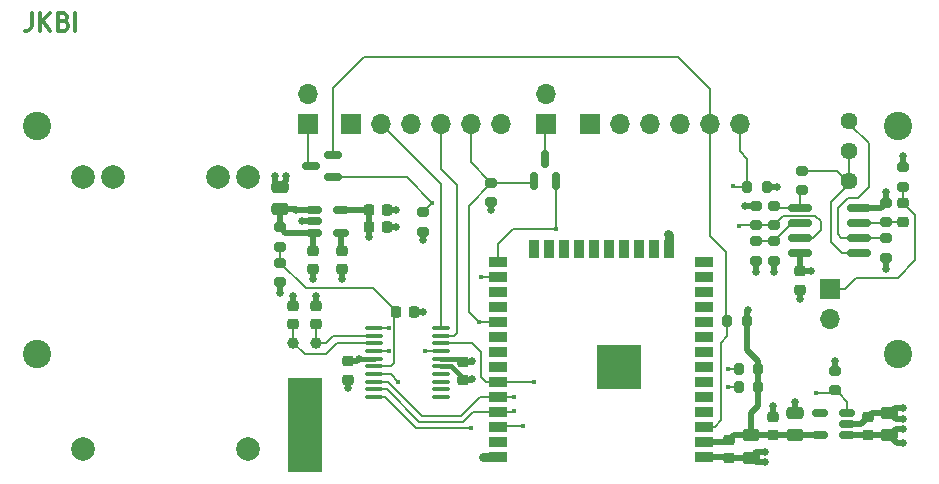
<source format=gbr>
%TF.GenerationSoftware,KiCad,Pcbnew,7.0.10*%
%TF.CreationDate,2024-02-02T07:47:17+01:00*%
%TF.ProjectId,stm32_esp32_pcb,73746d33-325f-4657-9370-33325f706362,rev?*%
%TF.SameCoordinates,Original*%
%TF.FileFunction,Copper,L1,Top*%
%TF.FilePolarity,Positive*%
%FSLAX46Y46*%
G04 Gerber Fmt 4.6, Leading zero omitted, Abs format (unit mm)*
G04 Created by KiCad (PCBNEW 7.0.10) date 2024-02-02 07:47:17*
%MOMM*%
%LPD*%
G01*
G04 APERTURE LIST*
G04 Aperture macros list*
%AMRoundRect*
0 Rectangle with rounded corners*
0 $1 Rounding radius*
0 $2 $3 $4 $5 $6 $7 $8 $9 X,Y pos of 4 corners*
0 Add a 4 corners polygon primitive as box body*
4,1,4,$2,$3,$4,$5,$6,$7,$8,$9,$2,$3,0*
0 Add four circle primitives for the rounded corners*
1,1,$1+$1,$2,$3*
1,1,$1+$1,$4,$5*
1,1,$1+$1,$6,$7*
1,1,$1+$1,$8,$9*
0 Add four rect primitives between the rounded corners*
20,1,$1+$1,$2,$3,$4,$5,0*
20,1,$1+$1,$4,$5,$6,$7,0*
20,1,$1+$1,$6,$7,$8,$9,0*
20,1,$1+$1,$8,$9,$2,$3,0*%
G04 Aperture macros list end*
%ADD10C,0.300000*%
%TA.AperFunction,NonConductor*%
%ADD11C,0.300000*%
%TD*%
%TA.AperFunction,SMDPad,CuDef*%
%ADD12R,1.500000X0.900000*%
%TD*%
%TA.AperFunction,SMDPad,CuDef*%
%ADD13R,0.900000X1.500000*%
%TD*%
%TA.AperFunction,SMDPad,CuDef*%
%ADD14R,0.900000X0.900000*%
%TD*%
%TA.AperFunction,HeatsinkPad*%
%ADD15C,0.600000*%
%TD*%
%TA.AperFunction,SMDPad,CuDef*%
%ADD16R,3.800000X3.800000*%
%TD*%
%TA.AperFunction,SMDPad,CuDef*%
%ADD17RoundRect,0.200000X-0.275000X0.200000X-0.275000X-0.200000X0.275000X-0.200000X0.275000X0.200000X0*%
%TD*%
%TA.AperFunction,SMDPad,CuDef*%
%ADD18RoundRect,0.200000X0.275000X-0.200000X0.275000X0.200000X-0.275000X0.200000X-0.275000X-0.200000X0*%
%TD*%
%TA.AperFunction,SMDPad,CuDef*%
%ADD19RoundRect,0.225000X-0.250000X0.225000X-0.250000X-0.225000X0.250000X-0.225000X0.250000X0.225000X0*%
%TD*%
%TA.AperFunction,SMDPad,CuDef*%
%ADD20RoundRect,0.150000X0.150000X-0.587500X0.150000X0.587500X-0.150000X0.587500X-0.150000X-0.587500X0*%
%TD*%
%TA.AperFunction,SMDPad,CuDef*%
%ADD21RoundRect,0.225000X-0.225000X-0.250000X0.225000X-0.250000X0.225000X0.250000X-0.225000X0.250000X0*%
%TD*%
%TA.AperFunction,SMDPad,CuDef*%
%ADD22RoundRect,0.250000X0.475000X-0.250000X0.475000X0.250000X-0.475000X0.250000X-0.475000X-0.250000X0*%
%TD*%
%TA.AperFunction,ComponentPad*%
%ADD23R,1.700000X1.700000*%
%TD*%
%TA.AperFunction,ComponentPad*%
%ADD24O,1.700000X1.700000*%
%TD*%
%TA.AperFunction,SMDPad,CuDef*%
%ADD25RoundRect,0.200000X0.200000X0.275000X-0.200000X0.275000X-0.200000X-0.275000X0.200000X-0.275000X0*%
%TD*%
%TA.AperFunction,SMDPad,CuDef*%
%ADD26RoundRect,0.150000X0.512500X0.150000X-0.512500X0.150000X-0.512500X-0.150000X0.512500X-0.150000X0*%
%TD*%
%TA.AperFunction,ComponentPad*%
%ADD27C,1.440000*%
%TD*%
%TA.AperFunction,SMDPad,CuDef*%
%ADD28RoundRect,0.150000X-0.512500X-0.150000X0.512500X-0.150000X0.512500X0.150000X-0.512500X0.150000X0*%
%TD*%
%TA.AperFunction,SMDPad,CuDef*%
%ADD29RoundRect,0.225000X0.250000X-0.225000X0.250000X0.225000X-0.250000X0.225000X-0.250000X-0.225000X0*%
%TD*%
%TA.AperFunction,SMDPad,CuDef*%
%ADD30RoundRect,0.150000X0.587500X0.150000X-0.587500X0.150000X-0.587500X-0.150000X0.587500X-0.150000X0*%
%TD*%
%TA.AperFunction,SMDPad,CuDef*%
%ADD31RoundRect,0.250000X-0.475000X0.250000X-0.475000X-0.250000X0.475000X-0.250000X0.475000X0.250000X0*%
%TD*%
%TA.AperFunction,ComponentPad*%
%ADD32C,2.000000*%
%TD*%
%TA.AperFunction,ComponentPad*%
%ADD33C,1.000000*%
%TD*%
%TA.AperFunction,SMDPad,CuDef*%
%ADD34R,3.000000X8.000000*%
%TD*%
%TA.AperFunction,SMDPad,CuDef*%
%ADD35RoundRect,0.100000X-0.637500X-0.100000X0.637500X-0.100000X0.637500X0.100000X-0.637500X0.100000X0*%
%TD*%
%TA.AperFunction,SMDPad,CuDef*%
%ADD36RoundRect,0.150000X0.825000X0.150000X-0.825000X0.150000X-0.825000X-0.150000X0.825000X-0.150000X0*%
%TD*%
%TA.AperFunction,ComponentPad*%
%ADD37C,2.400000*%
%TD*%
%TA.AperFunction,ViaPad*%
%ADD38C,0.450000*%
%TD*%
%TA.AperFunction,ViaPad*%
%ADD39C,0.650000*%
%TD*%
%TA.AperFunction,Conductor*%
%ADD40C,0.200000*%
%TD*%
%TA.AperFunction,Conductor*%
%ADD41C,0.500000*%
%TD*%
%TA.AperFunction,Conductor*%
%ADD42C,0.400000*%
%TD*%
%TA.AperFunction,Conductor*%
%ADD43C,0.750000*%
%TD*%
G04 APERTURE END LIST*
D10*
D11*
X131683082Y-50100828D02*
X131683082Y-51172257D01*
X131683082Y-51172257D02*
X131611653Y-51386542D01*
X131611653Y-51386542D02*
X131468796Y-51529400D01*
X131468796Y-51529400D02*
X131254510Y-51600828D01*
X131254510Y-51600828D02*
X131111653Y-51600828D01*
X132397367Y-51600828D02*
X132397367Y-50100828D01*
X133254510Y-51600828D02*
X132611653Y-50743685D01*
X133254510Y-50100828D02*
X132397367Y-50957971D01*
X134397367Y-50815114D02*
X134611653Y-50886542D01*
X134611653Y-50886542D02*
X134683082Y-50957971D01*
X134683082Y-50957971D02*
X134754510Y-51100828D01*
X134754510Y-51100828D02*
X134754510Y-51315114D01*
X134754510Y-51315114D02*
X134683082Y-51457971D01*
X134683082Y-51457971D02*
X134611653Y-51529400D01*
X134611653Y-51529400D02*
X134468796Y-51600828D01*
X134468796Y-51600828D02*
X133897367Y-51600828D01*
X133897367Y-51600828D02*
X133897367Y-50100828D01*
X133897367Y-50100828D02*
X134397367Y-50100828D01*
X134397367Y-50100828D02*
X134540225Y-50172257D01*
X134540225Y-50172257D02*
X134611653Y-50243685D01*
X134611653Y-50243685D02*
X134683082Y-50386542D01*
X134683082Y-50386542D02*
X134683082Y-50529400D01*
X134683082Y-50529400D02*
X134611653Y-50672257D01*
X134611653Y-50672257D02*
X134540225Y-50743685D01*
X134540225Y-50743685D02*
X134397367Y-50815114D01*
X134397367Y-50815114D02*
X133897367Y-50815114D01*
X135397367Y-51600828D02*
X135397367Y-50100828D01*
D12*
%TO.P,U4,1,GND*%
%TO.N,GND*%
X188650000Y-87665000D03*
%TO.P,U4,2,VDD*%
%TO.N,+3.3VDAC*%
X188650000Y-86395000D03*
%TO.P,U4,3,EN*%
%TO.N,/EN*%
X188650000Y-85125000D03*
%TO.P,U4,4,SENSOR_VP*%
%TO.N,unconnected-(U4-SENSOR_VP-Pad4)*%
X188650000Y-83855000D03*
%TO.P,U4,5,SENSOR_VN*%
%TO.N,unconnected-(U4-SENSOR_VN-Pad5)*%
X188650000Y-82585000D03*
%TO.P,U4,6,IO34*%
%TO.N,unconnected-(U4-IO34-Pad6)*%
X188650000Y-81315000D03*
%TO.P,U4,7,IO35*%
%TO.N,unconnected-(U4-IO35-Pad7)*%
X188650000Y-80045000D03*
%TO.P,U4,8,IO32*%
%TO.N,unconnected-(U4-IO32-Pad8)*%
X188650000Y-78775000D03*
%TO.P,U4,9,IO33*%
%TO.N,unconnected-(U4-IO33-Pad9)*%
X188650000Y-77505000D03*
%TO.P,U4,10,IO25*%
%TO.N,unconnected-(U4-IO25-Pad10)*%
X188650000Y-76235000D03*
%TO.P,U4,11,IO26*%
%TO.N,unconnected-(U4-IO26-Pad11)*%
X188650000Y-74965000D03*
%TO.P,U4,12,IO27*%
%TO.N,unconnected-(U4-IO27-Pad12)*%
X188650000Y-73695000D03*
%TO.P,U4,13,IO14*%
%TO.N,unconnected-(U4-IO14-Pad13)*%
X188650000Y-72425000D03*
%TO.P,U4,14,IO12*%
%TO.N,unconnected-(U4-IO12-Pad14)*%
X188650000Y-71155000D03*
D13*
%TO.P,U4,15,GND*%
%TO.N,GND*%
X185615000Y-70060000D03*
%TO.P,U4,16,IO13*%
%TO.N,unconnected-(U4-IO13-Pad16)*%
X184345000Y-70060000D03*
%TO.P,U4,17,SHD/SD2*%
%TO.N,unconnected-(U4-SHD{slash}SD2-Pad17)*%
X183075000Y-70060000D03*
%TO.P,U4,18,SWP/SD3*%
%TO.N,unconnected-(U4-SWP{slash}SD3-Pad18)*%
X181805000Y-70060000D03*
%TO.P,U4,19,SCS/CMD*%
%TO.N,unconnected-(U4-SCS{slash}CMD-Pad19)*%
X180535000Y-70060000D03*
%TO.P,U4,20,SCK/CLK*%
%TO.N,unconnected-(U4-SCK{slash}CLK-Pad20)*%
X179265000Y-70060000D03*
%TO.P,U4,21,SDO/SD0*%
%TO.N,unconnected-(U4-SDO{slash}SD0-Pad21)*%
X177995000Y-70060000D03*
%TO.P,U4,22,SDI/SD1*%
%TO.N,unconnected-(U4-SDI{slash}SD1-Pad22)*%
X176725000Y-70060000D03*
%TO.P,U4,23,IO15*%
%TO.N,unconnected-(U4-IO15-Pad23)*%
X175455000Y-70060000D03*
%TO.P,U4,24,IO2*%
%TO.N,unconnected-(U4-IO2-Pad24)*%
X174185000Y-70060000D03*
D12*
%TO.P,U4,25,IO0*%
%TO.N,/IO00*%
X171150000Y-71155000D03*
%TO.P,U4,26,IO4*%
%TO.N,/BOOT0*%
X171150000Y-72425000D03*
%TO.P,U4,27,IO16*%
%TO.N,unconnected-(U4-IO16-Pad27)*%
X171150000Y-73695000D03*
%TO.P,U4,28,IO17*%
%TO.N,unconnected-(U4-IO17-Pad28)*%
X171150000Y-74965000D03*
%TO.P,U4,29,IO5*%
%TO.N,/NRST*%
X171150000Y-76235000D03*
%TO.P,U4,30,IO18*%
%TO.N,unconnected-(U4-IO18-Pad30)*%
X171150000Y-77505000D03*
%TO.P,U4,31,IO19*%
%TO.N,unconnected-(U4-IO19-Pad31)*%
X171150000Y-78775000D03*
%TO.P,U4,32,NC*%
%TO.N,unconnected-(U4-NC-Pad32)*%
X171150000Y-80045000D03*
%TO.P,U4,33,IO21*%
%TO.N,/SDA*%
X171150000Y-81315000D03*
%TO.P,U4,34,RXD0/IO3*%
%TO.N,/TX*%
X171150000Y-82585000D03*
%TO.P,U4,35,TXD0/IO1*%
%TO.N,/RX*%
X171150000Y-83855000D03*
%TO.P,U4,36,IO22*%
%TO.N,/SCL*%
X171150000Y-85125000D03*
%TO.P,U4,37,IO23*%
%TO.N,unconnected-(U4-IO23-Pad37)*%
X171150000Y-86395000D03*
%TO.P,U4,38,GND*%
%TO.N,GND*%
X171150000Y-87665000D03*
D14*
%TO.P,U4,39,GND*%
X182800000Y-81500000D03*
D15*
X182800000Y-80800000D03*
D14*
X182800000Y-80100000D03*
D15*
X182800000Y-79400000D03*
D14*
X182800000Y-78700000D03*
D15*
X182100000Y-81500000D03*
X182100000Y-80100000D03*
X182100000Y-78700000D03*
D14*
X181400000Y-81500000D03*
D15*
X181400000Y-80800000D03*
D14*
X181400000Y-80100000D03*
D16*
X181400000Y-80100000D03*
D15*
X181400000Y-79400000D03*
D14*
X181400000Y-78700000D03*
D15*
X180700000Y-81500000D03*
X180700000Y-80100000D03*
X180700000Y-78700000D03*
D14*
X180000000Y-81500000D03*
D15*
X180000000Y-80800000D03*
D14*
X180000000Y-80100000D03*
D15*
X180000000Y-79400000D03*
D14*
X180000000Y-78700000D03*
%TD*%
D17*
%TO.P,R2,1*%
%TO.N,+3V3*%
X199700000Y-80375000D03*
%TO.P,R2,2*%
%TO.N,/ESP32_E*%
X199700000Y-82025000D03*
%TD*%
%TO.P,R11,1*%
%TO.N,Net-(U2A--)*%
X204000000Y-69175000D03*
%TO.P,R11,2*%
%TO.N,GND*%
X204000000Y-70825000D03*
%TD*%
D18*
%TO.P,R3,1*%
%TO.N,+3V3*%
X170600000Y-66125000D03*
%TO.P,R3,2*%
%TO.N,/NRST*%
X170600000Y-64475000D03*
%TD*%
D19*
%TO.P,C3,1*%
%TO.N,Net-(U5-BP)*%
X158000000Y-70225000D03*
%TO.P,C3,2*%
%TO.N,GND*%
X158000000Y-71775000D03*
%TD*%
D17*
%TO.P,R13,1*%
%TO.N,Net-(U2B--)*%
X194500000Y-69425000D03*
%TO.P,R13,2*%
%TO.N,GND*%
X194500000Y-71075000D03*
%TD*%
D20*
%TO.P,D1,1*%
%TO.N,/NRST*%
X174200000Y-64300000D03*
%TO.P,D1,2*%
%TO.N,/IO00*%
X176100000Y-64300000D03*
%TO.P,D1,3*%
%TO.N,/ESP32*%
X175150000Y-62425000D03*
%TD*%
D21*
%TO.P,C7,1*%
%TO.N,+3V3*%
X160225000Y-66750000D03*
%TO.P,C7,2*%
%TO.N,GND*%
X161775000Y-66750000D03*
%TD*%
D22*
%TO.P,C12,1*%
%TO.N,VBUS*%
X204300000Y-85850000D03*
%TO.P,C12,2*%
%TO.N,GND*%
X204300000Y-83950000D03*
%TD*%
D17*
%TO.P,R17,1*%
%TO.N,/V_SENS*%
X152700000Y-71225000D03*
%TO.P,R17,2*%
%TO.N,GND*%
X152700000Y-72875000D03*
%TD*%
D19*
%TO.P,C1,1*%
%TO.N,GND*%
X153850000Y-74875000D03*
%TO.P,C1,2*%
%TO.N,/OSC2*%
X153850000Y-76425000D03*
%TD*%
D22*
%TO.P,C4,1*%
%TO.N,VBUS*%
X152750000Y-66700000D03*
%TO.P,C4,2*%
%TO.N,GND*%
X152750000Y-64800000D03*
%TD*%
D18*
%TO.P,R15,1*%
%TO.N,/EMITER*%
X205500000Y-64825000D03*
%TO.P,R15,2*%
%TO.N,GND*%
X205500000Y-63175000D03*
%TD*%
D23*
%TO.P,J1,1,Pin_1*%
%TO.N,+3V3*%
X158710000Y-59500000D03*
D24*
%TO.P,J1,2,Pin_2*%
%TO.N,/SWCLK*%
X161250000Y-59500000D03*
%TO.P,J1,3,Pin_3*%
%TO.N,GND*%
X163790000Y-59500000D03*
%TO.P,J1,4,Pin_4*%
%TO.N,/SWDIO*%
X166330000Y-59500000D03*
%TO.P,J1,5,Pin_5*%
%TO.N,/NRST*%
X168870000Y-59500000D03*
%TO.P,J1,6,Pin_6*%
%TO.N,/SWO*%
X171410000Y-59500000D03*
%TD*%
D21*
%TO.P,C8,1*%
%TO.N,+3V3*%
X160225000Y-68250000D03*
%TO.P,C8,2*%
%TO.N,GND*%
X161775000Y-68250000D03*
%TD*%
D17*
%TO.P,R4,1*%
%TO.N,/BOOT0*%
X164800000Y-66975000D03*
%TO.P,R4,2*%
%TO.N,GND*%
X164800000Y-68625000D03*
%TD*%
D25*
%TO.P,R1,1*%
%TO.N,+3.3VDAC*%
X193925000Y-64800000D03*
%TO.P,R1,2*%
%TO.N,/IO00*%
X192275000Y-64800000D03*
%TD*%
D19*
%TO.P,C11,1*%
%TO.N,+3V3*%
X196750000Y-71975000D03*
%TO.P,C11,2*%
%TO.N,GND*%
X196750000Y-73525000D03*
%TD*%
D23*
%TO.P,J5,1,Pin_1*%
%TO.N,/STM32*%
X155050000Y-59525000D03*
D24*
%TO.P,J5,2,Pin_2*%
%TO.N,GND*%
X155050000Y-56985000D03*
%TD*%
D19*
%TO.P,C9,1*%
%TO.N,+3.3VDAC*%
X190750000Y-86225000D03*
%TO.P,C9,2*%
%TO.N,GND*%
X190750000Y-87775000D03*
%TD*%
D26*
%TO.P,U3,1,VIN*%
%TO.N,VBUS*%
X200737500Y-85825000D03*
%TO.P,U3,2,GND*%
%TO.N,GND*%
X200737500Y-84875000D03*
%TO.P,U3,3,CE*%
%TO.N,/ESP32_E*%
X200737500Y-83925000D03*
%TO.P,U3,4,NC*%
%TO.N,unconnected-(U3-NC-Pad4)*%
X198462500Y-83925000D03*
%TO.P,U3,5,VOUT*%
%TO.N,+3.3VDAC*%
X198462500Y-85825000D03*
%TD*%
D27*
%TO.P,RV1,1,1*%
%TO.N,Net-(U2A--)*%
X200925000Y-59220000D03*
%TO.P,RV1,2,2*%
%TO.N,Net-(R9-Pad1)*%
X200925000Y-61760000D03*
%TO.P,RV1,3,3*%
X200925000Y-64300000D03*
%TD*%
D28*
%TO.P,U5,1,VIN*%
%TO.N,VBUS*%
X155612500Y-66800000D03*
%TO.P,U5,2,GND*%
%TO.N,GND*%
X155612500Y-67750000D03*
%TO.P,U5,3,ON/~{OFF}*%
%TO.N,VBUS*%
X155612500Y-68700000D03*
%TO.P,U5,4,BP*%
%TO.N,Net-(U5-BP)*%
X157887500Y-68700000D03*
%TO.P,U5,5,VOUT*%
%TO.N,+3V3*%
X157887500Y-66800000D03*
%TD*%
D29*
%TO.P,C14,1*%
%TO.N,VBUS*%
X202500000Y-85825000D03*
%TO.P,C14,2*%
%TO.N,GND*%
X202500000Y-84275000D03*
%TD*%
D30*
%TO.P,D2,1*%
%TO.N,/BOOT0*%
X157175000Y-64000000D03*
%TO.P,D2,2*%
%TO.N,/EN*%
X157175000Y-62100000D03*
%TO.P,D2,3*%
%TO.N,/STM32*%
X155300000Y-63050000D03*
%TD*%
D23*
%TO.P,J4,1,Pin_1*%
%TO.N,/ESP32*%
X175200000Y-59475000D03*
D24*
%TO.P,J4,2,Pin_2*%
%TO.N,GND*%
X175200000Y-56935000D03*
%TD*%
D18*
%TO.P,R10,1*%
%TO.N,/PULSE*%
X193000000Y-68075000D03*
%TO.P,R10,2*%
%TO.N,GND*%
X193000000Y-66425000D03*
%TD*%
%TO.P,R12,1*%
%TO.N,Net-(U2A-+)*%
X204000000Y-67825000D03*
%TO.P,R12,2*%
%TO.N,GND*%
X204000000Y-66175000D03*
%TD*%
D31*
%TO.P,C10,1*%
%TO.N,+3.3VDAC*%
X192600000Y-85850000D03*
%TO.P,C10,2*%
%TO.N,GND*%
X192600000Y-87750000D03*
%TD*%
D19*
%TO.P,C5,1*%
%TO.N,VBUS*%
X155500000Y-70225000D03*
%TO.P,C5,2*%
%TO.N,GND*%
X155500000Y-71775000D03*
%TD*%
D25*
%TO.P,R5,1*%
%TO.N,+3.3VDAC*%
X192225000Y-76200000D03*
%TO.P,R5,2*%
%TO.N,/EN*%
X190575000Y-76200000D03*
%TD*%
D22*
%TO.P,C13,1*%
%TO.N,+3.3VDAC*%
X196350000Y-85825000D03*
%TO.P,C13,2*%
%TO.N,GND*%
X196350000Y-83925000D03*
%TD*%
D19*
%TO.P,C16,1*%
%TO.N,/EMITER*%
X205500000Y-66225000D03*
%TO.P,C16,2*%
%TO.N,Net-(U2A-+)*%
X205500000Y-67775000D03*
%TD*%
D23*
%TO.P,J3,1,Pin_1*%
%TO.N,/EMITER*%
X199300000Y-73450000D03*
D24*
%TO.P,J3,2,Pin_2*%
%TO.N,+3V3*%
X199300000Y-75990000D03*
%TD*%
D32*
%TO.P,MOD1,1,+*%
%TO.N,unconnected-(MOD1-+-Pad1)*%
X136000000Y-87000000D03*
%TO.P,MOD1,2,-*%
%TO.N,unconnected-(MOD1---Pad2)*%
X150000000Y-87000000D03*
%TO.P,MOD1,3,OUT+*%
%TO.N,VBUS*%
X136000000Y-64000000D03*
%TO.P,MOD1,4,OUT-*%
%TO.N,GND*%
X150000000Y-64000000D03*
%TO.P,MOD1,5,B+*%
%TO.N,/B+*%
X138540000Y-64000000D03*
%TO.P,MOD1,6,B-*%
%TO.N,/B-*%
X147460000Y-64000000D03*
%TD*%
D33*
%TO.P,Y1,1,1*%
%TO.N,/OSC2*%
X153850000Y-78000000D03*
%TO.P,Y1,2,2*%
%TO.N,/OSC1*%
X155750000Y-78000000D03*
D34*
%TO.P,Y1,3*%
%TO.N,N/C*%
X154800000Y-85000000D03*
%TD*%
D35*
%TO.P,U1,1,BOOT0*%
%TO.N,/BOOT0*%
X160637500Y-76775000D03*
%TO.P,U1,2,PC14*%
%TO.N,/OSC1*%
X160637500Y-77425000D03*
%TO.P,U1,3,PC15*%
%TO.N,/OSC2*%
X160637500Y-78075000D03*
%TO.P,U1,4,NRST*%
%TO.N,/NRST*%
X160637500Y-78725000D03*
%TO.P,U1,5,VDDA*%
%TO.N,+3V3*%
X160637500Y-79375000D03*
%TO.P,U1,6,PA0*%
%TO.N,/V_SENS*%
X160637500Y-80025000D03*
%TO.P,U1,7,PA1*%
%TO.N,/ESP32_E*%
X160637500Y-80675000D03*
%TO.P,U1,8,PA2*%
%TO.N,/TX*%
X160637500Y-81325000D03*
%TO.P,U1,9,PA3*%
%TO.N,/RX*%
X160637500Y-81975000D03*
%TO.P,U1,10,PA4*%
%TO.N,/PULSE*%
X160637500Y-82625000D03*
%TO.P,U1,11,PA5*%
%TO.N,unconnected-(U1-PA5-Pad11)*%
X166362500Y-82625000D03*
%TO.P,U1,12,PA6*%
%TO.N,unconnected-(U1-PA6-Pad12)*%
X166362500Y-81975000D03*
%TO.P,U1,13,PA7*%
%TO.N,unconnected-(U1-PA7-Pad13)*%
X166362500Y-81325000D03*
%TO.P,U1,14,PB1*%
%TO.N,unconnected-(U1-PB1-Pad14)*%
X166362500Y-80675000D03*
%TO.P,U1,15,VSS*%
%TO.N,GND*%
X166362500Y-80025000D03*
%TO.P,U1,16,VDD*%
%TO.N,+3V3*%
X166362500Y-79375000D03*
%TO.P,U1,17,PA9*%
%TO.N,/SCL*%
X166362500Y-78725000D03*
%TO.P,U1,18,PA10*%
%TO.N,/SDA*%
X166362500Y-78075000D03*
%TO.P,U1,19,PA13*%
%TO.N,/SWDIO*%
X166362500Y-77425000D03*
%TO.P,U1,20,PA14*%
%TO.N,/SWCLK*%
X166362500Y-76775000D03*
%TD*%
D36*
%TO.P,U2,1*%
%TO.N,Net-(R9-Pad1)*%
X201725000Y-70405000D03*
%TO.P,U2,2,-*%
%TO.N,Net-(U2A--)*%
X201725000Y-69135000D03*
%TO.P,U2,3,+*%
%TO.N,Net-(U2A-+)*%
X201725000Y-67865000D03*
%TO.P,U2,4,V-*%
%TO.N,GND*%
X201725000Y-66595000D03*
%TO.P,U2,5,+*%
%TO.N,Net-(U2B-+)*%
X196775000Y-66595000D03*
%TO.P,U2,6,-*%
%TO.N,Net-(U2B--)*%
X196775000Y-67865000D03*
%TO.P,U2,7*%
%TO.N,/PULSE*%
X196775000Y-69135000D03*
%TO.P,U2,8,V+*%
%TO.N,+3V3*%
X196775000Y-70405000D03*
%TD*%
D25*
%TO.P,R7,1*%
%TO.N,+3.3VDAC*%
X193200000Y-81750000D03*
%TO.P,R7,2*%
%TO.N,/SCL*%
X191550000Y-81750000D03*
%TD*%
D18*
%TO.P,R14,1*%
%TO.N,+3V3*%
X193000000Y-71075000D03*
%TO.P,R14,2*%
%TO.N,Net-(U2B--)*%
X193000000Y-69425000D03*
%TD*%
D17*
%TO.P,R9,1*%
%TO.N,Net-(R9-Pad1)*%
X196900000Y-63475000D03*
%TO.P,R9,2*%
%TO.N,Net-(U2B-+)*%
X196900000Y-65125000D03*
%TD*%
D21*
%TO.P,C17,1*%
%TO.N,/V_SENS*%
X162525000Y-75400000D03*
%TO.P,C17,2*%
%TO.N,GND*%
X164075000Y-75400000D03*
%TD*%
D29*
%TO.P,C15,1*%
%TO.N,+3.3VDAC*%
X194450000Y-85850000D03*
%TO.P,C15,2*%
%TO.N,GND*%
X194450000Y-84300000D03*
%TD*%
D17*
%TO.P,R16,1*%
%TO.N,VBUS*%
X152700000Y-68225000D03*
%TO.P,R16,2*%
%TO.N,/V_SENS*%
X152700000Y-69875000D03*
%TD*%
D19*
%TO.P,C2,1*%
%TO.N,GND*%
X155750000Y-74875000D03*
%TO.P,C2,2*%
%TO.N,/OSC1*%
X155750000Y-76425000D03*
%TD*%
D23*
%TO.P,J2,1,Pin_1*%
%TO.N,+3.3VDAC*%
X178960000Y-59500000D03*
D24*
%TO.P,J2,2,Pin_2*%
%TO.N,/RX*%
X181500000Y-59500000D03*
%TO.P,J2,3,Pin_3*%
%TO.N,GND*%
X184040000Y-59500000D03*
%TO.P,J2,4,Pin_4*%
%TO.N,/TX*%
X186580000Y-59500000D03*
%TO.P,J2,5,Pin_5*%
%TO.N,/EN*%
X189120000Y-59500000D03*
%TO.P,J2,6,Pin_6*%
%TO.N,/IO00*%
X191660000Y-59500000D03*
%TD*%
D19*
%TO.P,C6,1*%
%TO.N,+3V3*%
X158500000Y-79600000D03*
%TO.P,C6,2*%
%TO.N,GND*%
X158500000Y-81150000D03*
%TD*%
D25*
%TO.P,R6,1*%
%TO.N,+3.3VDAC*%
X193200000Y-80200000D03*
%TO.P,R6,2*%
%TO.N,/SDA*%
X191550000Y-80200000D03*
%TD*%
D29*
%TO.P,C18,1*%
%TO.N,GND*%
X168200000Y-81175000D03*
%TO.P,C18,2*%
%TO.N,+3V3*%
X168200000Y-79625000D03*
%TD*%
D17*
%TO.P,R8,1*%
%TO.N,Net-(U2B-+)*%
X194500000Y-66425000D03*
%TO.P,R8,2*%
%TO.N,/PULSE*%
X194500000Y-68075000D03*
%TD*%
D37*
%TO.P,BT1,1+*%
%TO.N,/B+*%
X132100000Y-79000000D03*
%TO.P,BT1,1-*%
%TO.N,/B-*%
X205000000Y-79000000D03*
%TO.P,BT1,2+*%
%TO.N,/B+*%
X132100000Y-59700000D03*
%TO.P,BT1,2-*%
%TO.N,/B-*%
X205000000Y-59700000D03*
%TD*%
D38*
%TO.N,/ESP32_E*%
X162700000Y-81300000D03*
X198100000Y-82300000D03*
%TO.N,/RX*%
X172500000Y-83800000D03*
%TO.N,/PULSE*%
X191600000Y-68100000D03*
X168850000Y-85200000D03*
%TO.N,/SCL*%
X164950000Y-78700000D03*
X173300000Y-85100000D03*
X190650000Y-81750000D03*
%TO.N,/SDA*%
X174250000Y-81315000D03*
X190650000Y-80200000D03*
%TO.N,/TX*%
X172500000Y-82600000D03*
%TO.N,/BOOT0*%
X169700000Y-72425000D03*
X165600000Y-66150000D03*
X161900000Y-76800000D03*
%TO.N,/NRST*%
X161900000Y-78700000D03*
X169550000Y-76300000D03*
D39*
%TO.N,+3V3*%
X193000000Y-72000000D03*
X197650000Y-71975000D03*
X159400000Y-79400000D03*
X199700000Y-79600000D03*
X169000000Y-79600000D03*
X160225000Y-69075000D03*
X170600000Y-66787500D03*
%TO.N,GND*%
X153850000Y-74025000D03*
X193800000Y-87300000D03*
X162550000Y-68250000D03*
X194450000Y-83400000D03*
X152300000Y-63900000D03*
X153200000Y-63900000D03*
X155500000Y-72600000D03*
X162550000Y-66750000D03*
X204000000Y-71750000D03*
X158000000Y-72600000D03*
X164837500Y-75400000D03*
X155750000Y-74025000D03*
X154600000Y-67750000D03*
X204000000Y-65250000D03*
X196350000Y-83000000D03*
X185600000Y-68850000D03*
X169900000Y-87650000D03*
X158500000Y-81875000D03*
X205500000Y-84500000D03*
X205500000Y-83500000D03*
X192100000Y-66400000D03*
X196750000Y-74350000D03*
X164800000Y-69300000D03*
X152700000Y-73775000D03*
X169000000Y-81100000D03*
X194500000Y-72000000D03*
X205500000Y-62237500D03*
X193750000Y-88150000D03*
D38*
%TO.N,/IO00*%
X191050000Y-64750000D03*
X176100000Y-68400000D03*
D39*
%TO.N,+3.3VDAC*%
X192300000Y-75250000D03*
X194800000Y-64800000D03*
%TO.N,VBUS*%
X205500000Y-86500000D03*
X205500000Y-85300003D03*
X154100000Y-66800000D03*
%TD*%
D40*
%TO.N,/OSC1*%
X160637500Y-77425000D02*
X157225000Y-77425000D01*
X157225000Y-77425000D02*
X156650000Y-78000000D01*
X155750000Y-76425000D02*
X155750000Y-78000000D01*
X156650000Y-78000000D02*
X155750000Y-78000000D01*
%TO.N,/OSC2*%
X156650000Y-79000000D02*
X157575000Y-78075000D01*
X157575000Y-78075000D02*
X160637500Y-78075000D01*
X154850000Y-79000000D02*
X156650000Y-79000000D01*
X153850000Y-78000000D02*
X154850000Y-79000000D01*
X153850000Y-78000000D02*
X153850000Y-76425000D01*
%TO.N,/V_SENS*%
X162375000Y-75175000D02*
X160600000Y-73400000D01*
X154875000Y-73400000D02*
X152700000Y-71225000D01*
X152700000Y-69875000D02*
X152700000Y-71225000D01*
X160600000Y-73400000D02*
X154875000Y-73400000D01*
X160637500Y-80025000D02*
X162075000Y-80025000D01*
X162375000Y-79725000D02*
X162375000Y-75175000D01*
X162075000Y-80025000D02*
X162375000Y-79725000D01*
%TO.N,/ESP32_E*%
X200000000Y-82300000D02*
X198100000Y-82300000D01*
X200737500Y-83037500D02*
X200000000Y-82300000D01*
X200737500Y-83925000D02*
X200737500Y-83037500D01*
X162075000Y-80675000D02*
X162700000Y-81300000D01*
X160637500Y-80675000D02*
X162075000Y-80675000D01*
%TO.N,/RX*%
X169045000Y-83855000D02*
X171150000Y-83855000D01*
X160637500Y-81975000D02*
X161775000Y-81975000D01*
X168200000Y-84700000D02*
X169045000Y-83855000D01*
X172445000Y-83855000D02*
X172500000Y-83800000D01*
X164500000Y-84700000D02*
X168200000Y-84700000D01*
X161775000Y-81975000D02*
X164500000Y-84700000D01*
X171150000Y-83855000D02*
X172445000Y-83855000D01*
%TO.N,/PULSE*%
X193000000Y-68075000D02*
X191625000Y-68075000D01*
X197865000Y-69135000D02*
X196775000Y-69135000D01*
X191625000Y-68075000D02*
X191600000Y-68100000D01*
X198500000Y-67750000D02*
X198500000Y-68500000D01*
X168850000Y-85200000D02*
X164200000Y-85200000D01*
X198000000Y-67250000D02*
X198500000Y-67750000D01*
X161625000Y-82625000D02*
X160637500Y-82625000D01*
X195325000Y-67250000D02*
X198000000Y-67250000D01*
X164200000Y-85200000D02*
X161625000Y-82625000D01*
X194500000Y-68075000D02*
X195325000Y-67250000D01*
X194500000Y-68075000D02*
X193000000Y-68075000D01*
X198500000Y-68500000D02*
X197865000Y-69135000D01*
%TO.N,/SCL*%
X173300000Y-85100000D02*
X171175000Y-85100000D01*
X164950000Y-78700000D02*
X166337500Y-78700000D01*
X166337500Y-78700000D02*
X166362500Y-78725000D01*
X171175000Y-85100000D02*
X171150000Y-85125000D01*
X191550000Y-81750000D02*
X190650000Y-81750000D01*
%TO.N,/SDA*%
X170115000Y-81315000D02*
X171150000Y-81315000D01*
X191550000Y-80200000D02*
X190650000Y-80200000D01*
X168975000Y-78075000D02*
X169700000Y-78800000D01*
X166362500Y-78075000D02*
X168975000Y-78075000D01*
X169700000Y-80900000D02*
X170115000Y-81315000D01*
X174250000Y-81315000D02*
X171150000Y-81315000D01*
X169700000Y-78800000D02*
X169700000Y-80900000D01*
%TO.N,/TX*%
X171150000Y-82585000D02*
X169632500Y-82585000D01*
X171150000Y-82585000D02*
X172485000Y-82585000D01*
X168017500Y-84200000D02*
X164750000Y-84200000D01*
X164750000Y-84200000D02*
X161875000Y-81325000D01*
X169632500Y-82585000D02*
X168017500Y-84200000D01*
X172485000Y-82585000D02*
X172500000Y-82600000D01*
X161875000Y-81325000D02*
X160637500Y-81325000D01*
%TO.N,/BOOT0*%
X161875000Y-76775000D02*
X161900000Y-76800000D01*
X164800000Y-66950000D02*
X165600000Y-66150000D01*
X163450000Y-64000000D02*
X165600000Y-66150000D01*
X164800000Y-66975000D02*
X164800000Y-66950000D01*
X169700000Y-72425000D02*
X171150000Y-72425000D01*
X160637500Y-76775000D02*
X161875000Y-76775000D01*
X157175000Y-64000000D02*
X163450000Y-64000000D01*
%TO.N,/NRST*%
X170600000Y-64525000D02*
X170600000Y-64300000D01*
X169550000Y-76300000D02*
X168700000Y-75450000D01*
X169550000Y-76300000D02*
X169615000Y-76235000D01*
X170425000Y-64300000D02*
X168870000Y-62745000D01*
X170775000Y-64475000D02*
X174025000Y-64475000D01*
X168870000Y-59500000D02*
X168900000Y-59530000D01*
X168700000Y-66425000D02*
X170600000Y-64525000D01*
X169550000Y-76300000D02*
X171515000Y-76300000D01*
X168870000Y-62745000D02*
X168870000Y-59500000D01*
X161875000Y-78725000D02*
X161900000Y-78700000D01*
X170600000Y-64300000D02*
X170425000Y-64300000D01*
X174025000Y-64475000D02*
X174200000Y-64300000D01*
X160637500Y-78725000D02*
X161875000Y-78725000D01*
X168700000Y-75450000D02*
X168700000Y-66425000D01*
X170600000Y-64300000D02*
X170775000Y-64475000D01*
D41*
%TO.N,+3V3*%
X160225000Y-69075000D02*
X160225000Y-68250000D01*
X193000000Y-71075000D02*
X193000000Y-72000000D01*
X159200000Y-79600000D02*
X159400000Y-79400000D01*
X199700000Y-80375000D02*
X199700000Y-79600000D01*
X197650000Y-71975000D02*
X196750000Y-71975000D01*
D42*
X166362500Y-79375000D02*
X167950000Y-79375000D01*
D41*
X159425000Y-79375000D02*
X159400000Y-79400000D01*
X170600000Y-66112500D02*
X170600000Y-66787500D01*
D42*
X168975000Y-79625000D02*
X169000000Y-79600000D01*
D41*
X196775000Y-70405000D02*
X196775000Y-71950000D01*
X157887500Y-66800000D02*
X160175000Y-66800000D01*
X160175000Y-66800000D02*
X160225000Y-66750000D01*
D42*
X167950000Y-79375000D02*
X168200000Y-79625000D01*
D41*
X168200000Y-79625000D02*
X168975000Y-79625000D01*
D42*
X160637500Y-79375000D02*
X159425000Y-79375000D01*
D41*
X160225000Y-66750000D02*
X160225000Y-68250000D01*
X158500000Y-79600000D02*
X159200000Y-79600000D01*
X196775000Y-71950000D02*
X196750000Y-71975000D01*
%TO.N,GND*%
X202500000Y-84275000D02*
X202825000Y-83950000D01*
X193000000Y-88150000D02*
X193750000Y-88150000D01*
X196350000Y-83000000D02*
X196350000Y-83925000D01*
X192600000Y-87750000D02*
X190775000Y-87750000D01*
X190775000Y-87750000D02*
X190750000Y-87775000D01*
X153200000Y-64350000D02*
X152750000Y-64800000D01*
X155500000Y-71775000D02*
X155500000Y-72600000D01*
X204850000Y-84500000D02*
X204300000Y-83950000D01*
D43*
X169915000Y-87665000D02*
X169900000Y-87650000D01*
D41*
X201725000Y-66595000D02*
X203580000Y-66595000D01*
X152300000Y-63900000D02*
X152300000Y-64350000D01*
X153850000Y-74025000D02*
X153850000Y-74850000D01*
D42*
X168200000Y-81000000D02*
X168200000Y-81175000D01*
D41*
X193050000Y-87300000D02*
X192600000Y-87750000D01*
X205500000Y-63162500D02*
X205500000Y-62237500D01*
X201900000Y-84875000D02*
X202500000Y-84275000D01*
X154600000Y-67750000D02*
X155612500Y-67750000D01*
X190640000Y-87665000D02*
X190750000Y-87775000D01*
D43*
X185615000Y-68865000D02*
X185600000Y-68850000D01*
D41*
X192600000Y-87750000D02*
X193000000Y-88150000D01*
X158500000Y-81150000D02*
X158500000Y-81875000D01*
X152300000Y-64350000D02*
X152750000Y-64800000D01*
D42*
X166362500Y-80025000D02*
X167225000Y-80025000D01*
D41*
X204000000Y-70825000D02*
X204000000Y-71750000D01*
D43*
X185615000Y-70060000D02*
X185615000Y-68865000D01*
D41*
X152700000Y-73775000D02*
X152700000Y-72950000D01*
X204750000Y-83500000D02*
X205500000Y-83500000D01*
X193800000Y-87300000D02*
X193050000Y-87300000D01*
X162550000Y-68250000D02*
X161775000Y-68250000D01*
X164162500Y-75400000D02*
X164837500Y-75400000D01*
X200737500Y-84875000D02*
X201900000Y-84875000D01*
X155750000Y-74025000D02*
X155750000Y-74850000D01*
X202825000Y-83950000D02*
X204300000Y-83950000D01*
X196750000Y-74350000D02*
X196750000Y-73525000D01*
X194450000Y-83400000D02*
X194450000Y-84300000D01*
X158000000Y-71775000D02*
X158000000Y-72600000D01*
X162550000Y-66750000D02*
X161775000Y-66750000D01*
X168925000Y-81175000D02*
X169000000Y-81100000D01*
X188650000Y-87665000D02*
X190640000Y-87665000D01*
X193000000Y-66425000D02*
X192100000Y-66400000D01*
X203580000Y-66595000D02*
X204000000Y-66175000D01*
X153200000Y-63900000D02*
X153200000Y-64350000D01*
X204300000Y-83950000D02*
X204750000Y-83500000D01*
X168200000Y-81175000D02*
X168925000Y-81175000D01*
D42*
X167225000Y-80025000D02*
X168200000Y-81000000D01*
D41*
X194500000Y-71075000D02*
X194500000Y-72000000D01*
D43*
X171150000Y-87665000D02*
X169915000Y-87665000D01*
D41*
X204000000Y-66175000D02*
X204000000Y-65250000D01*
X205500000Y-84500000D02*
X204850000Y-84500000D01*
D40*
%TO.N,/SWDIO*%
X167475000Y-77425000D02*
X167700000Y-77200000D01*
X166362500Y-77425000D02*
X167475000Y-77425000D01*
X166330000Y-63330000D02*
X166330000Y-59500000D01*
X167700000Y-77200000D02*
X167700000Y-64700000D01*
X167700000Y-64700000D02*
X166330000Y-63330000D01*
%TO.N,/SWCLK*%
X166362500Y-64612500D02*
X161250000Y-59500000D01*
X166362500Y-76775000D02*
X166362500Y-64612500D01*
%TO.N,/IO00*%
X191660000Y-59500000D02*
X191660000Y-61810000D01*
X176100000Y-68400000D02*
X176100000Y-64300000D01*
X172400000Y-68400000D02*
X171150000Y-69650000D01*
X191100000Y-64800000D02*
X192275000Y-64800000D01*
X192275000Y-62425000D02*
X192275000Y-64800000D01*
X191660000Y-61810000D02*
X192275000Y-62425000D01*
X176100000Y-68400000D02*
X172400000Y-68400000D01*
X191050000Y-64750000D02*
X191100000Y-64800000D01*
X171150000Y-69650000D02*
X171150000Y-71155000D01*
%TO.N,/EN*%
X190450000Y-76075000D02*
X190450000Y-70300000D01*
X190050000Y-84600000D02*
X190050000Y-78000000D01*
X189120000Y-59500000D02*
X189120000Y-56520000D01*
X159800000Y-53850000D02*
X157175000Y-56475000D01*
X190575000Y-77475000D02*
X190575000Y-76200000D01*
X189120000Y-68970000D02*
X189120000Y-59500000D01*
X190450000Y-70300000D02*
X189120000Y-68970000D01*
X186450000Y-53850000D02*
X159800000Y-53850000D01*
X189525000Y-85125000D02*
X190050000Y-84600000D01*
X190050000Y-78000000D02*
X190575000Y-77475000D01*
X157175000Y-56475000D02*
X157175000Y-62100000D01*
X189120000Y-56520000D02*
X186450000Y-53850000D01*
X188650000Y-85125000D02*
X189525000Y-85125000D01*
X190575000Y-76200000D02*
X190450000Y-76075000D01*
D41*
%TO.N,+3.3VDAC*%
X194475000Y-85825000D02*
X194450000Y-85850000D01*
X192300000Y-75250000D02*
X192225000Y-75325000D01*
X198462500Y-85825000D02*
X194475000Y-85825000D01*
X192600000Y-83950000D02*
X193200000Y-83350000D01*
X192600000Y-85850000D02*
X192600000Y-83950000D01*
X193200000Y-79600000D02*
X192225000Y-78625000D01*
X193200000Y-80200000D02*
X193200000Y-79600000D01*
X193200000Y-83350000D02*
X193200000Y-81750000D01*
X191125000Y-85850000D02*
X192600000Y-85850000D01*
X193200000Y-81750000D02*
X193200000Y-80200000D01*
X194800000Y-64800000D02*
X193925000Y-64800000D01*
X190580000Y-86395000D02*
X190750000Y-86225000D01*
X192225000Y-78625000D02*
X192225000Y-76200000D01*
X188650000Y-86395000D02*
X190580000Y-86395000D01*
X192225000Y-75325000D02*
X192225000Y-76200000D01*
X192600000Y-85850000D02*
X194450000Y-85850000D01*
X190750000Y-86225000D02*
X191125000Y-85850000D01*
D40*
%TO.N,Net-(U2B-+)*%
X197250000Y-65000000D02*
X196775000Y-65475000D01*
X194670000Y-66595000D02*
X194500000Y-66425000D01*
X196775000Y-66595000D02*
X194670000Y-66595000D01*
X196775000Y-65475000D02*
X196775000Y-66595000D01*
%TO.N,Net-(R9-Pad1)*%
X200305000Y-70405000D02*
X199350000Y-69450000D01*
X200925000Y-62000000D02*
X200925000Y-64540000D01*
X201725000Y-70405000D02*
X200305000Y-70405000D01*
X200925000Y-64540000D02*
X199860000Y-63475000D01*
X199350000Y-66115000D02*
X200925000Y-64540000D01*
X199350000Y-69450000D02*
X199350000Y-66115000D01*
X199860000Y-63475000D02*
X196900000Y-63475000D01*
%TO.N,Net-(U2A--)*%
X202600000Y-64800000D02*
X202600000Y-61135000D01*
X201725000Y-69135000D02*
X200235000Y-69135000D01*
X199950000Y-68850000D02*
X199950000Y-66600000D01*
X203960000Y-69135000D02*
X204000000Y-69175000D01*
X201675000Y-65725000D02*
X202600000Y-64800000D01*
X202600000Y-61135000D02*
X200925000Y-59460000D01*
X200825000Y-65725000D02*
X201675000Y-65725000D01*
X199950000Y-66600000D02*
X200825000Y-65725000D01*
X200235000Y-69135000D02*
X199950000Y-68850000D01*
X201725000Y-69135000D02*
X203960000Y-69135000D01*
%TO.N,Net-(U2A-+)*%
X204000000Y-67825000D02*
X205450000Y-67825000D01*
X205450000Y-67825000D02*
X205500000Y-67775000D01*
X201725000Y-67865000D02*
X203960000Y-67865000D01*
X203960000Y-67865000D02*
X204000000Y-67825000D01*
%TO.N,Net-(U2B--)*%
X196775000Y-67865000D02*
X196060000Y-67865000D01*
X196060000Y-67865000D02*
X194500000Y-69425000D01*
X193000000Y-69425000D02*
X194500000Y-69425000D01*
%TO.N,/ESP32*%
X175150000Y-59525000D02*
X175200000Y-59475000D01*
X175150000Y-62425000D02*
X175150000Y-59525000D01*
D41*
%TO.N,Net-(U5-BP)*%
X157887500Y-70112500D02*
X158000000Y-70225000D01*
X157887500Y-68700000D02*
X157887500Y-70112500D01*
%TO.N,VBUS*%
X205500000Y-85300003D02*
X204849997Y-85300003D01*
X152750000Y-66700000D02*
X154000000Y-66700000D01*
X204950000Y-86500000D02*
X204300000Y-85850000D01*
X155612500Y-68700000D02*
X153175000Y-68700000D01*
X154100000Y-66800000D02*
X155612500Y-66800000D01*
X155500000Y-68812500D02*
X155612500Y-68700000D01*
X155500000Y-70225000D02*
X155500000Y-68812500D01*
X152700000Y-68225000D02*
X152700000Y-66750000D01*
X204275000Y-85825000D02*
X204300000Y-85850000D01*
X154000000Y-66700000D02*
X154100000Y-66800000D01*
X205500000Y-86500000D02*
X204950000Y-86500000D01*
X152700000Y-66750000D02*
X152750000Y-66700000D01*
X204849997Y-85300003D02*
X204300000Y-85850000D01*
X153175000Y-68700000D02*
X152700000Y-68225000D01*
X200737500Y-85825000D02*
X204275000Y-85825000D01*
D40*
%TO.N,/EMITER*%
X199300000Y-73450000D02*
X200550000Y-73450000D01*
X206500000Y-71050000D02*
X206500000Y-67225000D01*
X200550000Y-73450000D02*
X201450000Y-72550000D01*
X205500000Y-66225000D02*
X205500000Y-64825000D01*
X206500000Y-67225000D02*
X205500000Y-66225000D01*
X201450000Y-72550000D02*
X205000000Y-72550000D01*
X205000000Y-72550000D02*
X206500000Y-71050000D01*
%TO.N,/STM32*%
X155300000Y-63050000D02*
X155050000Y-62800000D01*
X155050000Y-62800000D02*
X155050000Y-59525000D01*
%TD*%
M02*

</source>
